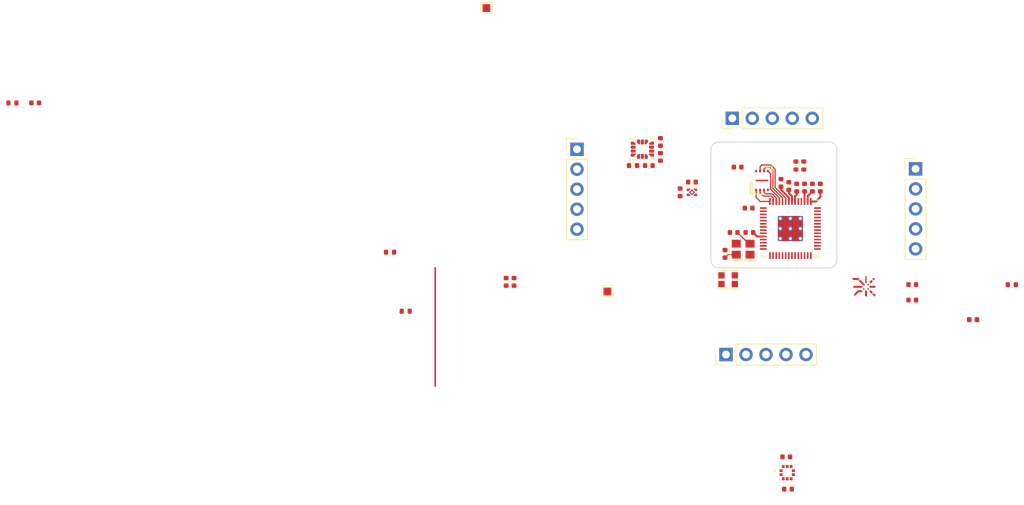
<source format=kicad_pcb>
(kicad_pcb (version 20211014) (generator pcbnew)
  (layers (0 "F.Cu" signal) (1 "In1.Cu" signal) (2 "In2.Cu" signal) (31 "B.Cu" signal) (34 "B.Paste" user) (35 "F.Paste" user) (36 "B.SilkS" user "B.Silkscreen") (37 "F.SilkS" user "F.Silkscreen") (38 "B.Mask" user) (39 "F.Mask" user) (44 "Edge.Cuts" user))
  (net 0 "")
  (net 1 "+1V1")
  (net 2 "GND")
  (net 3 "+3V3")
  (net 4 "/XIN")
  (net 5 "/XOUT")
  (net 6 "/RUN")
  (net 7 "+5V")
  (net 8 "/SPI0_nCS")
  (net 9 "/NEOPIXEL")
  (net 11 "Net-(D2-Pad1)")
  (net 12 "/SPI0_POCI")
  (net 13 "/SPI1_MISO_SD")
  (net 14 "/SPI1_nCS_SD")
  (net 15 "/SPI1_SCK_SD")
  (net 16 "/SPI1_MOSI_SD")
  (net 17 "/SD_nCD")
  (net 18 "/UART0_TX_TELEM")
  (net 19 "/UART0_RX_TELEM")
  (net 20 "/UART0_CTS_TELEM")
  (net 21 "/UART0_RTS_TELEM")
  (net 22 "/UART1_TX_GNSS")
  (net 23 "/UART1_RX_GNSS")
  (net 24 "/USB_MCU_DP")
  (net 25 "/USB_DP")
  (net 26 "/USB_MCU_DN")
  (net 27 "/USB_DN")
  (net 28 "/IMU_HEATER")
  (net 33 "/QSPI_SCLK")
  (net 34 "/QSPI_SS")
  (net 35 "/QSPI_SD1")
  (net 36 "/QSPI_SD2")
  (net 37 "/QSPI_SD0")
  (net 38 "/QSPI_SD3")
  (net 39 "/SPI0_MISO")
  (net 40 "/DRDY_ICM42605")
  (net 41 "/SPI0_SCK")
  (net 42 "/SPI0_MOSI")
  (net 43 "/I2C0_SDA")
  (net 44 "/I2C0_SCL")
  (net 45 "/BUZZER")
  (net 46 "/SWCLK")
  (net 47 "/SWDIO")
  (footprint "Capacitor_SMD:C_0402_1005Metric" (layer "F.Cu") (at 60.19 29.04)
    (fp_text reference "C11" hide)
    (fp_text value "0.1uF")
    (fp_line (start -0.107836 -0.36) (end 0.107836 -0.36) (layer "F.SilkS") (width 0.12))
    (fp_line (start -0.107836 0.36) (end 0.107836 0.36) (layer "F.SilkS") (width 0.12))
    (pad "1" smd roundrect locked (at -0.48 0) (size 0.56 0.62) (layers "F.Cu" "F.Paste" "F.Mask") (net 6 "/RUN"))
    (pad "2" smd roundrect locked (at 0.48 0) (size 0.56 0.62) (layers "F.Cu" "F.Paste" "F.Mask") (net 2 "GND"))
  )
  (footprint "Capacitor_SMD:C_0402_1005Metric" (layer "F.Cu") (at 139.6 34 -90)
    (fp_text reference "C17" hide)
    (fp_text value "2.2uF")
    (fp_line (start -0.107836 0.36) (end 0.107836 0.36) (layer "F.SilkS") (width 0.12))
    (fp_line (start -0.107836 -0.36) (end 0.107836 -0.36) (layer "F.SilkS") (width 0.12))
    (pad "1" smd roundrect locked (at -0.48 0 270) (size 0.56 0.62) (layers "F.Cu" "F.Paste" "F.Mask") (net 2 "GND"))
    (pad "2" smd roundrect locked (at 0.48 0 270) (size 0.56 0.62) (layers "F.Cu" "F.Paste" "F.Mask") (net 3 "+3V3"))
  )
  (footprint "LED_SMD_Extra:WS2812B-2020" (layer "F.Cu") (at 148.2 51.5)
    (fp_text reference "D1" hide)
    (fp_text value "WS2812B-2020")
    (fp_line (start -1.35 -1.15) (end 1.3 -1.15) (layer "F.SilkS") (width 0.12))
    (fp_line (start -1.35 1.15) (end -1.35 -1.15) (layer "F.SilkS") (width 0.12))
    (fp_line (start -1.35 1.15) (end 1.3 1.15) (layer "F.SilkS") (width 0.12))
    (pad "1" smd rect locked (at -0.85 -0.55) (size 0.8 0.8) (layers "F.Cu" "F.Paste" "F.Mask"))
    (pad "2" smd rect locked (at -0.85 0.55) (size 0.8 0.8) (layers "F.Cu" "F.Paste" "F.Mask") (net 2 "GND"))
    (pad "3" smd rect locked (at 0.85 0.55) (size 0.8 0.8) (layers "F.Cu" "F.Paste" "F.Mask") (net 9 "/NEOPIXEL"))
    (pad "4" smd rect locked (at 0.85 -0.55) (size 0.8 0.8) (layers "F.Cu" "F.Paste" "F.Mask") (net 7 "+5V"))
  )
  (footprint "Capacitor_SMD:C_0402_1005Metric" (layer "F.Cu") (at 154.9 39.2 90)
    (fp_text reference "C1" hide)
    (fp_text value "0.1uF")
    (fp_line (start -0.107836 0.36) (end 0.107836 0.36) (layer "F.SilkS") (width 0.12))
    (fp_line (start -0.107836 -0.36) (end 0.107836 -0.36) (layer "F.SilkS") (width 0.12))
    (pad "1" smd roundrect locked (at -0.48 0 90) (size 0.56 0.62) (layers "F.Cu" "F.Paste" "F.Mask") (net 1 "+1V1"))
    (pad "2" smd roundrect locked (at 0.48 0 90) (size 0.56 0.62) (layers "F.Cu" "F.Paste" "F.Mask") (net 2 "GND"))
  )
  (footprint "LED_SMD:LED_0402_1005Metric" (layer "F.Cu") (at 179.305 56.57)
    (fp_text reference "D2" hide)
    (fp_text value "RED")
    (fp_circle (center -1.09 0) (end -1.04 0) (layer "F.SilkS") (width 0.1) (fill none))
    (pad "1" smd roundrect locked (at -0.485 0) (size 0.59 0.64) (layers "F.Cu" "F.Paste" "F.Mask") (net 11 "Net-(D2-Pad1)"))
    (pad "2" smd roundrect locked (at 0.485 0) (size 0.59 0.64) (layers "F.Cu" "F.Paste" "F.Mask") (net 3 "+3V3"))
  )
  (footprint "Capacitor_SMD:C_0402_1005Metric" (layer "F.Cu") (at 155.9 39.6 90)
    (fp_text reference "C10" hide)
    (fp_text value "0.1uF")
    (fp_line (start -0.107836 -0.36) (end 0.107836 -0.36) (layer "F.SilkS") (width 0.12))
    (fp_line (start -0.107836 0.36) (end 0.107836 0.36) (layer "F.SilkS") (width 0.12))
    (pad "1" smd roundrect locked (at -0.48 0 90) (size 0.56 0.62) (layers "F.Cu" "F.Paste" "F.Mask") (net 3 "+3V3"))
    (pad "2" smd roundrect locked (at 0.48 0 90) (size 0.56 0.62) (layers "F.Cu" "F.Paste" "F.Mask") (net 2 "GND"))
  )
  (footprint "Connector_PinHeader_2.54mm:PinHeader_1x05_P2.54mm_Vertical" (layer "F.Cu") (at 147.925 61 90)
    (fp_text reference "J2" hide)
    (fp_text value "WEST")
    (fp_line (start -1.33 -1.33) (end 0 -1.33) (layer "F.SilkS") (width 0.12))
    (fp_line (start -1.33 1.27) (end -1.33 11.49) (layer "F.SilkS") (width 0.12))
    (fp_line (start 1.33 1.27) (end 1.33 11.49) (layer "F.SilkS") (width 0.12))
    (fp_line (start -1.33 1.27) (end 1.33 1.27) (layer "F.SilkS") (width 0.12))
    (fp_line (start -1.33 0) (end -1.33 -1.33) (layer "F.SilkS") (width 0.12))
    (fp_line (start -1.33 11.49) (end 1.33 11.49) (layer "F.SilkS") (width 0.12))
    (pad "1" thru_hole rect locked (at 0 0 90) (size 1.7 1.7) (drill 1) (layers *.Cu *.Mask) (net 18 "/UART0_TX_TELEM"))
    (pad "2" thru_hole oval locked (at 0 2.54 90) (size 1.7 1.7) (drill 1) (layers *.Cu *.Mask) (net 19 "/UART0_RX_TELEM"))
    (pad "3" thru_hole oval locked (at 0 5.08 90) (size 1.7 1.7) (drill 1) (layers *.Cu *.Mask) (net 20 "/UART0_CTS_TELEM"))
    (pad "4" thru_hole oval locked (at 0 7.62 90) (size 1.7 1.7) (drill 1) (layers *.Cu *.Mask) (net 21 "/UART0_RTS_TELEM"))
    (pad "5" thru_hole oval locked (at 0 10.16 90) (size 1.7 1.7) (drill 1) (layers *.Cu *.Mask) (net 28 "/IMU_HEATER"))
  )
  (footprint "Connector_PinHeader_2.54mm:PinHeader_1x05_P2.54mm_Vertical" (layer "F.Cu") (at 172 37.425)
    (fp_text reference "J3" hide)
    (fp_text value "SOUTH")
    (fp_line (start -1.33 0) (end -1.33 -1.33) (layer "F.SilkS") (width 0.12))
    (fp_line (start -1.33 1.27) (end -1.33 11.49) (layer "F.SilkS") (width 0.12))
    (fp_line (start 1.33 1.27) (end 1.33 11.49) (layer "F.SilkS") (width 0.12))
    (fp_line (start -1.33 11.49) (end 1.33 11.49) (layer "F.SilkS") (width 0.12))
    (fp_line (start -1.33 1.27) (end 1.33 1.27) (layer "F.SilkS") (width 0.12))
    (fp_line (start -1.33 -1.33) (end 0 -1.33) (layer "F.SilkS") (width 0.12))
    (pad "1" thru_hole rect locked (at 0 0) (size 1.7 1.7) (drill 1) (layers *.Cu *.Mask) (net 7 "+5V"))
    (pad "2" thru_hole oval locked (at 0 2.54) (size 1.7 1.7) (drill 1) (layers *.Cu *.Mask) (net 23 "/UART1_RX_GNSS"))
    (pad "3" thru_hole oval locked (at 0 5.08) (size 1.7 1.7) (drill 1) (layers *.Cu *.Mask) (net 22 "/UART1_TX_GNSS"))
    (pad "4" thru_hole oval locked (at 0 7.62) (size 1.7 1.7) (drill 1) (layers *.Cu *.Mask) (net 45 "/BUZZER"))
    (pad "5" thru_hole oval locked (at 0 10.16) (size 1.7 1.7) (drill 1) (layers *.Cu *.Mask) (net 2 "GND"))
  )
  (footprint "Capacitor_SMD:C_0402_1005Metric" (layer "F.Cu") (at 171.58 54.08)
    (fp_text reference "C21" hide)
    (fp_text value "0.1uF")
    (fp_line (start -0.107836 0.36) (end 0.107836 0.36) (layer "F.SilkS") (width 0.12))
    (fp_line (start -0.107836 -0.36) (end 0.107836 -0.36) (layer "F.SilkS") (width 0.12))
    (pad "1" smd roundrect locked (at -0.48 0) (size 0.56 0.62) (layers "F.Cu" "F.Paste" "F.Mask") (net 3 "+3V3"))
    (pad "2" smd roundrect locked (at 0.48 0) (size 0.56 0.62) (layers "F.Cu" "F.Paste" "F.Mask") (net 2 "GND"))
  )
  (footprint "Capacitor_SMD:C_0402_1005Metric" (layer "F.Cu") (at 156.9 39.8 90)
    (fp_text reference "C12" hide)
    (fp_text value "0.1uF")
    (fp_line (start -0.107836 -0.36) (end 0.107836 -0.36) (layer "F.SilkS") (width 0.12))
    (fp_line (start -0.107836 0.36) (end 0.107836 0.36) (layer "F.SilkS") (width 0.12))
    (pad "1" smd roundrect locked (at -0.48 0 90) (size 0.56 0.62) (layers "F.Cu" "F.Paste" "F.Mask") (net 3 "+3V3"))
    (pad "2" smd roundrect locked (at 0.48 0 90) (size 0.56 0.62) (layers "F.Cu" "F.Paste" "F.Mask") (net 2 "GND"))
  )
  (footprint "USON:8-USON" (layer "F.Cu") (at 152.5 38.9 90)
    (fp_text reference "U1" hide)
    (fp_text value "W25Q16" hide)
    (fp_line (start -1.75 -1.5) (end -0.25 -1.5) (layer "F.SilkS") (width 0.2))
    (fp_line (start 0.25 1.25) (end 1.75 1.25) (layer "F.SilkS") (width 0.15))
    (fp_line (start -1.75 -1.25) (end -1.75 0) (layer "F.SilkS") (width 0.15))
    (fp_line (start -0.25 -1.25) (end -1.75 -1.25) (layer "F.SilkS") (width 0.15))
    (fp_line (start 1.75 1.25) (end 1.75 0) (layer "F.SilkS") (width 0.15))
    (pad "" smd rect (at 0 0 90) (size 0.2 1.6) (layers "F.Cu" "F.Paste" "F.Mask"))
    (pad "1" smd rect (at -1.2 -0.75 90) (size 0.3 0.25) (layers "F.Cu" "F.Paste" "F.Mask") (net 34 "/QSPI_SS"))
    (pad "2" smd rect (at -1.2 -0.25 90) (size 0.3 0.25) (layers "F.Cu" "F.Paste" "F.Mask") (net 35 "/QSPI_SD1"))
    (pad "3" smd rect (at -1.2 0.25 90) (size 0.3 0.25) (layers "F.Cu" "F.Paste" "F.Mask") (net 36 "/QSPI_SD2"))
    (pad "4" smd rect (at -1.2 0.75 90) (size 0.3 0.25) (layers "F.Cu" "F.Paste" "F.Mask") (net 2 "GND"))
    (pad "5" smd rect (at 1.2 0.75 90) (size 0.3 0.25) (layers "F.Cu" "F.Paste" "F.Mask") (net 37 "/QSPI_SD0"))
    (pad "6" smd rect (at 1.2 0.25 90) (size 0.3 0.25) (layers "F.Cu" "F.Paste" "F.Mask") (net 33 "/QSPI_SCLK"))
    (pad "7" smd rect (at 1.2 -0.25 90) (size 0.3 0.25) (layers "F.Cu" "F.Paste" "F.Mask") (net 38 "/QSPI_SD3"))
    (pad "8" smd rect (at 1.2 -0.75 90) (size 0.3 0.25) (layers "F.Cu" "F.Paste" "F.Mask") (net 3 "+3V3"))
  )
  (footprint "Capacitor_SMD:C_0402_1005Metric" (layer "F.Cu") (at 149.4 37.2 180)
    (fp_text reference "C4" hide)
    (fp_text value "0.1uF")
    (fp_line (start -0.107836 0.36) (end 0.107836 0.36) (layer "F.SilkS") (width 0.12))
    (fp_line (start -0.107836 -0.36) (end 0.107836 -0.36) (layer "F.SilkS") (width 0.12))
    (pad "1" smd roundrect locked (at -0.48 0 180) (size 0.56 0.62) (layers "F.Cu" "F.Paste" "F.Mask") (net 3 "+3V3"))
    (pad "2" smd roundrect locked (at 0.48 0 180) (size 0.56 0.62) (layers "F.Cu" "F.Paste" "F.Mask") (net 2 "GND"))
  )
  (footprint "Capacitor_SMD:C_0402_1005Metric" (layer "F.Cu") (at 147.8 48.21 90)
    (fp_text reference "C5" hide)
    (fp_text value "12pF")
    (fp_line (start -0.107836 0.36) (end 0.107836 0.36) (layer "F.SilkS") (width 0.12))
    (fp_line (start -0.107836 -0.36) (end 0.107836 -0.36) (layer "F.SilkS") (width 0.12))
    (pad "1" smd roundrect locked (at -0.48 0 90) (size 0.56 0.62) (layers "F.Cu" "F.Paste" "F.Mask") (net 4 "/XIN"))
    (pad "2" smd roundrect locked (at 0.48 0 90) (size 0.56 0.62) (layers "F.Cu" "F.Paste" "F.Mask") (net 2 "GND"))
  )
  (footprint "Package_LGA:LGA-14_3x2.5mm_P0.5mm_LayoutBorder3x4y" (layer "F.Cu") (at 137.3 34.92)
    (fp_text reference "U4" hide)
    (fp_text value "ICM42605")
    (fp_line (start -1.61 1.36) (end -1.61 1.21) (layer "F.SilkS") (width 0.12))
    (fp_line (start -0.96 1.36) (end -1.61 1.36) (layer "F.SilkS") (width 0.12))
    (fp_line (start 0.96 1.36) (end 1.61 1.36) (layer "F.SilkS") (width 0.12))
    (fp_line (start -0.96 -1.36) (end -1.61 -1.36) (layer "F.SilkS") (width 0.12))
    (fp_line (start 1.61 -1.36) (end 1.61 -1.21) (layer "F.SilkS") (width 0.12))
    (fp_line (start 1.61 1.36) (end 1.61 1.21) (layer "F.SilkS") (width 0.12))
    (fp_line (start 0.96 -1.36) (end 1.61 -1.36) (layer "F.SilkS") (width 0.12))
    (pad "1" smd custom locked (at -1.1625 -0.75) (size 0.223223 0.223223) (layers "F.Cu" "F.Paste" "F.Mask") (net 39 "/SPI0_MISO") (options (clearance outline) (anchor circle)) (primitives (gr_poly (pts (xy -0.2375 -0.125) (xy 0.031434 -0.125) (xy 0.2375 0.081066) (xy 0.2375 0.125) (xy -0.2375 0.125)) (width 0.15) (fill yes))))
    (pad "2" smd roundrect locked (at -1.1625 -0.25) (size 0.625 0.4) (layers "F.Cu" "F.Paste" "F.Mask"))
    (pad "3" smd roundrect locked (at -1.1625 0.25) (size 0.625 0.4) (layers "F.Cu" "F.Paste" "F.Mask"))
    (pad "4" smd custom locked (at -1.1625 0.75) (size 0.223223 0.223223) (layers "F.Cu" "F.Paste" "F.Mask") (net 40 "/DRDY_ICM42605") (options (clearance outline) (anchor circle)) (primitives (gr_poly (pts (xy -0.2375 -0.125) (xy 0.2375 -0.125) (xy 0.2375 -0.081066) (xy 0.031434 0.125) (xy -0.2375 0.125)) (width 0.15) (fill yes))))
    (pad "5" smd custom locked (at -0.5 0.9125) (size 0.223223 0.223223) (layers "F.Cu" "F.Paste" "F.Mask") (net 3 "+3V3") (options (clearance outline) (anchor circle)) (primitives (gr_poly (pts (xy -0.125 -0.031434) (xy 0.081066 -0.2375) (xy 0.125 -0.2375) (xy 0.125 0.2375) (xy -0.125 0.2375)) (width 0.15) (fill yes))))
    (pad "6" smd roundrect locked (at 0 0.9125) (size 0.4 0.625) (layers "F.Cu" "F.Paste" "F.Mask") (net 2 "GND"))
    (pad "7" smd custom locked (at 0.5 0.9125) (size 0.223223 0.223223) (layers "F.Cu" "F.Paste" "F.Mask") (options (clearance outline) (anchor circle)) (primitives (gr_poly (pts (xy -0.125 -0.2375) (xy -0.081066 -0.2375) (xy 0.125 -0.031434) (xy 0.125 0.2375) (xy -0.125 0.2375)) (width 0.15) (fill yes))))
    (pad "8" smd custom locked (at 1.1625 0.75) (size 0.223223 0.223223) (layers "F.Cu" "F.Paste" "F.Mask") (net 3 "+3V3") (options (clearance outline) (anchor circle)) (primitives (gr_poly (pts (xy -0.2375 -0.125) (xy 0.2375 -0.125) (xy 0.2375 0.125) (xy -0.031434 0.125) (xy -0.2375 -0.081066)) (width 0.15) (fill yes))))
    (pad "9" smd roundrect locked (at 1.1625 0.25) (size 0.625 0.4) (layers "F.Cu" "F.Paste" "F.Mask") (net 2 "GND"))
    (pad "10" smd roundrect locked (at 1.1625 -0.25) (size 0.625 0.4) (layers "F.Cu" "F.Paste" "F.Mask"))
    (pad "11" smd custom locked (at 1.1625 -0.75) (size 0.223223 0.223223) (layers "F.Cu" "F.Paste" "F.Mask") (options (clearance outline) (anchor circle)) (primitives (gr_poly (pts (xy -0.2375 0.081066) (xy -0.031434 -0.125) (xy 0.2375 -0.125) (xy 0.2375 0.125) (xy -0.2375 0.125)) (width 0.15) (fill yes))))
    (pad "12" smd custom locked (at 0.5 -0.9125) (size 0.223223 0.223223) (layers "F.Cu" "F.Paste" "F.Mask") (net 8 "/SPI0_nCS") (options (clearance outline) (anchor circle)) (primitives (gr_poly (pts (xy -0.125 -0.2375) (xy 0.125 -0.2375) (xy 0.125 0.031434) (xy -0.081066 0.2375) (xy -0.125 0.2375)) (width 0.15) (fill yes))))
    (pad "13" smd roundrect locked (at 0 -0.9125) (size 0.4 0.625) (layers "F.Cu" "F.Paste" "F.Mask") (net 41 "/SPI0_SCK"))
    (pad "14" smd custom locked (at -0.5 -0.9125) (size 0.223223 0.223223) (layers "F.Cu" "F.Paste" "F.Mask") (net 42 "/SPI0_MOSI") (options (clearance outline) (anchor circle)) (primitives (gr_poly (pts (xy -0.125 -0.2375) (xy 0.125 -0.2375) (xy 0.125 0.2375) (xy 0.081066 0.2375) (xy -0.125 0.031434)) (width 0.15) (fill yes))))
  )
  (footprint "Package_CSP:WLCSP-12_1.56x1.56mm_P0.4mm" (layer "F.Cu") (at 165.7 52.4)
    (fp_text reference "U5" hide)
    (fp_text value "BMM150")
    (fp_line (start 0.88 -0.88) (end 0.88 -0.72) (layer "F.SilkS") (width 0.1))
    (fp_line (start -0.88 0.88) (end -0.72 0.88) (layer "F.SilkS") (width 0.1))
    (fp_line (start 0.88 -0.88) (end 0.72 -0.88) (layer "F.SilkS") (width 0.1))
    (fp_line (start -0.88 0.88) (end -0.88 0.72) (layer "F.SilkS") (width 0.1))
    (fp_line (start 0.88 0.88) (end 0.72 0.88) (layer "F.SilkS") (width 0.1))
    (fp_line (start 0.88 0.88) (end 0.88 0.72) (layer "F.SilkS") (width 0.1))
    (fp_circle (center -0.88 -0.88) (end -0.83 -0.88) (layer "F.SilkS") (width 0.1) (fill none))
    (pad "A1" smd circle locked (at -0.566 -0.566) (size 0.2 0.2) (layers "F.Cu" "F.Paste" "F.Mask") (net 3 "+3V3"))
    (pad "A3" smd circle locked (at 0 -0.566) (size 0.2 0.2) (layers "F.Cu" "F.Paste" "F.Mask") (net 44 "/I2C0_SCL"))
    (pad "A5" smd circle locked (at 0.566 -0.566) (size 0.2 0.2) (layers "F.Cu" "F.Paste" "F.Mask") (net 2 "GND"))
    (pad "B2" smd circle locked (at -0.283 -0.283) (size 0.2 0.2) (layers "F.Cu" "F.Paste" "F.Mask") (net 3 "+3V3"))
    (pad "B4" smd circle locked (at 0.283 -0.283) (size 0.2 0.2) (layers "F.Cu" "F.Paste" "F.Mask") (net 43 "/I2C0_SDA"))
    (pad "C1" smd circle locked (at -0.566 0) (size 0.2 0.2) (layers "F.Cu" "F.Paste" "F.Mask") (net 2 "GND"))
    (pad "C5" smd circle locked (at 0.566 0) (size 0.2 0.2) (layers "F.Cu" "F.Paste" "F.Mask") (net 2 "GND"))
    (pad "D2" smd circle locked (at -0.283 0.283) (size 0.2 0.2) (layers "F.Cu" "F.Paste" "F.Mask"))
    (pad "D4" smd circle locked (at 0.283 0.283) (size 0.2 0.2) (layers "F.Cu" "F.Paste" "F.Mask"))
    (pad "E1" smd circle locked (at -0.566 0.566) (size 0.2 0.2) (layers "F.Cu" "F.Paste" "F.Mask") (net 2 "GND"))
    (pad "E3" smd circle locked (at 0 0.566) (size 0.2 0.2) (layers "F.Cu" "F.Paste" "F.Mask") (net 2 "GND"))
    (pad "E5" smd circle locked (at 0.566 0.566) (size 0.2 0.2) (layers "F.Cu" "F.Paste" "F.Mask") (net 3 "+3V3"))
  )
  (footprint "Capacitor_SMD:C_0402_1005Metric" (layer "F.Cu") (at 120 51.77 -90)
    (fp_text reference "C9" hide)
    (fp_text value "0.1uF")
    (fp_line (start -0.107836 -0.36) (end 0.107836 -0.36) (layer "F.SilkS") (width 0.12))
    (fp_line (start -0.107836 0.36) (end 0.107836 0.36) (layer "F.SilkS") (width 0.12))
    (pad "1" smd roundrect locked (at -0.48 0 270) (size 0.56 0.62) (layers "F.Cu" "F.Paste" "F.Mask") (net 3 "+3V3"))
    (pad "2" smd roundrect locked (at 0.48 0 270) (size 0.56 0.62) (layers "F.Cu" "F.Paste" "F.Mask") (net 2 "GND"))
  )
  (footprint "TestPoint:TestPoint_Pad_1.0x1.0mm" (layer "F.Cu") (at 117.5 17)
    (fp_text reference "TP1" hide)
    (fp_text value "QSPI_SCK")
    (fp_line (start -0.7 -0.7) (end 0.7 -0.7) (layer "F.SilkS") (width 0.12))
    (fp_line (start 0.7 0.7) (end -0.7 0.7) (layer "F.SilkS") (width 0.12))
    (fp_line (start -0.7 0.7) (end -0.7 -0.7) (layer "F.SilkS") (width 0.12))
    (fp_line (start 0.7 -0.7) (end 0.7 0.7) (layer "F.SilkS") (width 0.12))
    (pad "1" smd rect locked (at 0 0) (size 1 1) (layers "F.Cu" "F.Mask") (net 33 "/QSPI_SCLK"))
  )
  (footprint "Capacitor_SMD:C_0402_1005Metric" (layer "F.Cu") (at 139.6 35.9 90)
    (fp_text reference "C18" hide)
    (fp_text value "0.1uF")
    (fp_line (start -0.107836 0.36) (end 0.107836 0.36) (layer "F.SilkS") (width 0.12))
    (fp_line (start -0.107836 -0.36) (end 0.107836 -0.36) (layer "F.SilkS") (width 0.12))
    (pad "1" smd roundrect locked (at -0.48 0 90) (size 0.56 0.62) (layers "F.Cu" "F.Paste" "F.Mask") (net 2 "GND"))
    (pad "2" smd roundrect locked (at 0.48 0 90) (size 0.56 0.62) (layers "F.Cu" "F.Paste" "F.Mask") (net 3 "+3V3"))
  )
  (footprint "Resistor_SMD:R_0402_1005Metric" (layer "F.Cu") (at 156.8 37 90)
    (fp_text reference "R2" hide)
    (fp_text value "27.4")
    (fp_line (start -0.153641 -0.38) (end 0.153641 -0.38) (layer "F.SilkS") (width 0.12))
    (fp_line (start -0.153641 0.38) (end 0.153641 0.38) (layer "F.SilkS") (width 0.12))
    (pad "1" smd roundrect locked (at -0.51 0 90) (size 0.54 0.64) (layers "F.Cu" "F.Paste" "F.Mask") (net 24 "/USB_MCU_DP"))
    (pad "2" smd roundrect locked (at 0.51 0 90) (size 0.54 0.64) (layers "F.Cu" "F.Paste" "F.Mask") (net 25 "/USB_DP"))
  )
  (footprint "Capacitor_SMD:C_0402_1005Metric" (layer "F.Cu") (at 148.9 45.5 180)
    (fp_text reference "C8" hide)
    (fp_text value "12pF")
    (fp_line (start -0.107836 -0.36) (end 0.107836 -0.36) (layer "F.SilkS") (width 0.12))
    (fp_line (start -0.107836 0.36) (end 0.107836 0.36) (layer "F.SilkS") (width 0.12))
    (pad "1" smd roundrect locked (at -0.48 0 180) (size 0.56 0.62) (layers "F.Cu" "F.Paste" "F.Mask") (net 5 "/XOUT"))
    (pad "2" smd roundrect locked (at 0.48 0 180) (size 0.56 0.62) (layers "F.Cu" "F.Paste" "F.Mask") (net 2 "GND"))
  )
  (footprint "Capacitor_SMD:C_0402_1005Metric" (layer "F.Cu") (at 150.89 45.5 180)
    (fp_text reference "C6" hide)
    (fp_text value "0.1uF")
    (fp_line (start -0.107836 0.36) (end 0.107836 0.36) (layer "F.SilkS") (width 0.12))
    (fp_line (start -0.107836 -0.36) (end 0.107836 -0.36) (layer "F.SilkS") (width 0.12))
    (pad "1" smd roundrect locked (at -0.48 0 180) (size 0.56 0.62) (layers "F.Cu" "F.Paste" "F.Mask") (net 3 "+3V3"))
    (pad "2" smd roundrect locked (at 0.48 0 180) (size 0.56 0.62) (layers "F.Cu" "F.Paste" "F.Mask") (net 2 "GND"))
  )
  (footprint "ICP20100:PQFN50P200X200X85-10N" (layer "F.Cu") (at 155.7 76)
    (fp_text reference "U6" hide)
    (fp_text value "ICP20100")
    (fp_line (start 1 -1) (end 1 -0.745) (layer "F.SilkS") (width 0.127))
    (fp_line (start 1 1) (end 1 0.745) (layer "F.SilkS") (width 0.127))
    (fp_line (start -1 -1) (end -1 -0.745) (layer "F.SilkS") (width 0.127))
    (fp_line (start -1 1) (end -1 0.745) (layer "F.SilkS") (width 0.127))
    (fp_circle (center -1.595 -0.25) (end -1.495 -0.25) (layer "F.SilkS") (width 0.2) (fill none))
    (pad "1" smd roundrect locked (at -0.78 -0.25) (size 0.39 0.35) (layers "F.Cu" "F.Paste" "F.Mask") (roundrect_rratio 0.04) (net 3 "+3V3"))
    (pad "2" smd roundrect locked (at -0.78 0.25) (size 0.39 0.35) (layers "F.Cu" "F.Paste" "F.Mask") (roundrect_rratio 0.04) (net 44 "/I2C0_SCL"))
    (pad "3" smd roundrect locked (at -0.5 0.78) (size 0.35 0.39) (layers "F.Cu" "F.Paste" "F.Mask") (roundrect_rratio 0.05) (net 2 "GND"))
    (pad "4" smd roundrect locked (at 0 0.78) (size 0.35 0.39) (layers "F.Cu" "F.Paste" "F.Mask") (roundrect_rratio 0.05) (net 43 "/I2C0_SDA"))
    (pad "5" smd roundrect locked (at 0.5 0.78) (size 0.35 0.39) (layers "F.Cu" "F.Paste" "F.Mask") (roundrect_rratio 0.05) (net 3 "+3V3"))
    (pad "6" smd roundrect locked (at 0.78 0.25) (size 0.39 0.35) (layers "F.Cu" "F.Paste" "F.Mask") (roundrect_rratio 0.04) (net 2 "GND"))
    (pad "7" smd roundrect locked (at 0.78 -0.25) (size 0.39 0.35) (layers "F.Cu" "F.Paste" "F.Mask") (roundrect_rratio 0.04))
    (pad "8" smd roundrect locked (at 0.5 -0.78) (size 0.35 0.39) (layers "F.Cu" "F.Paste" "F.Mask") (roundrect_rratio 0.05) (net 2 "GND"))
    (pad "9" smd roundrect locked (at 0 -0.78) (size 0.35 0.39) (layers "F.Cu" "F.Paste" "F.Mask") (roundrect_rratio 0.05) (net 2 "GND"))
    (pad "10" smd roundrect locked (at -0.5 -0.78) (size 0.35 0.39) (layers "F.Cu" "F.Paste" "F.Mask") (roundrect_rratio 0.05) (net 3 "+3V3"))
  )
  (footprint "Capacitor_SMD:C_0402_1005Metric" (layer "F.Cu") (at 142.1 40.4 -90)
    (fp_text reference "C14" hide)
    (fp_text value "0.1uF")
    (fp_line (start -0.107836 -0.36) (end 0.107836 -0.36) (layer "F.SilkS") (width 0.12))
    (fp_line (start -0.107836 0.36) (end 0.107836 0.36) (layer "F.SilkS") (width 0.12))
    (pad "1" smd roundrect locked (at -0.48 0 270) (size 0.56 0.62) (layers "F.Cu" "F.Paste" "F.Mask") (net 7 "+5V"))
    (pad "2" smd roundrect locked (at 0.48 0 270) (size 0.56 0.62) (layers "F.Cu" "F.Paste" "F.Mask") (net 2 "GND"))
  )
  (footprint "Resistor_SMD:R_0402_1005Metric" (layer "F.Cu") (at 136.11 37)
    (fp_text reference "R7" hide)
    (fp_text value "10K")
    (fp_line (start -0.153641 0.38) (end 0.153641 0.38) (layer "F.SilkS") (width 0.12))
    (fp_line (start -0.153641 -0.38) (end 0.153641 -0.38) (layer "F.SilkS") (width 0.12))
    (pad "1" smd roundrect locked (at -0.51 0) (size 0.54 0.64) (layers "F.Cu" "F.Paste" "F.Mask") (net 8 "/SPI0_nCS"))
    (pad "2" smd roundrect locked (at 0.51 0) (size 0.54 0.64) (layers "F.Cu" "F.Paste" "F.Mask") (net 2 "GND"))
  )
  (footprint "Capacitor_SMD:C_0402_1005Metric" (layer "F.Cu") (at 143.6 39.1)
    (fp_text reference "C16" hide)
    (fp_text value "0.1uF")
    (fp_line (start -0.107836 -0.36) (end 0.107836 -0.36) (layer "F.SilkS") (width 0.12))
    (fp_line (start -0.107836 0.36) (end 0.107836 0.36) (layer "F.SilkS") (width 0.12))
    (pad "1" smd roundrect locked (at -0.48 0) (size 0.56 0.62) (layers "F.Cu" "F.Paste" "F.Mask") (net 3 "+3V3"))
    (pad "2" smd roundrect locked (at 0.48 0) (size 0.56 0.62) (layers "F.Cu" "F.Paste" "F.Mask") (net 2 "GND"))
  )
  (footprint "Capacitor_SMD:C_0402_1005Metric" (layer "F.Cu") (at 158.9 39.8 90)
    (fp_text reference "C15" hide)
    (fp_text value "1uF")
    (fp_line (start -0.107836 0.36) (end 0.107836 0.36) (layer "F.SilkS") (width 0.12))
    (fp_line (start -0.107836 -0.36) (end 0.107836 -0.36) (layer "F.SilkS") (width 0.12))
    (pad "1" smd roundrect locked (at -0.48 0 90) (size 0.56 0.62) (layers "F.Cu" "F.Paste" "F.Mask") (net 3 "+3V3"))
    (pad "2" smd roundrect locked (at 0.48 0 90) (size 0.56 0.62) (layers "F.Cu" "F.Paste" "F.Mask") (net 2 "GND"))
  )
  (footprint "Connector_PinHeader_2.54mm:PinHeader_1x05_P2.54mm_Vertical" (layer "F.Cu") (at 129 34.925)
    (fp_text reference "J1" hide)
    (fp_text value "EAST")
    (fp_line (start 1.33 1.27) (end 1.33 11.49) (layer "F.SilkS") (width 0.12))
    (fp_line (start -1.33 1.27) (end 1.33 1.27) (layer "F.SilkS") (width 0.12))
    (fp_line (start -1.33 1.27) (end -1.33 11.49) (layer "F.SilkS") (width 0.12))
    (fp_line (start -1.33 -1.33) (end 0 -1.33) (layer "F.SilkS") (width 0.12))
    (fp_line (start -1.33 11.49) (end 1.33 11.49) (layer "F.SilkS") (width 0.12))
    (fp_line (start -1.33 0) (end -1.33 -1.33) (layer "F.SilkS") (width 0.12))
    (pad "1" thru_hole rect locked (at 0 0) (size 1.7 1.7) (drill 1) (layers *.Cu *.Mask) (net 13 "/SPI1_MISO_SD"))
    (pad "2" thru_hole oval locked (at 0 2.54) (size 1.7 1.7) (drill 1) (layers *.Cu *.Mask) (net 14 "/SPI1_nCS_SD"))
    (pad "3" thru_hole oval locked (at 0 5.08) (size 1.7 1.7) (drill 1) (layers *.Cu *.Mask) (net 15 "/SPI1_SCK_SD"))
    (pad "4" thru_hole oval locked (at 0 7.62) (size 1.7 1.7) (drill 1) (layers *.Cu *.Mask) (net 16 "/SPI1_MOSI_SD"))
    (pad "5" thru_hole oval locked (at 0 10.16) (size 1.7 1.7) (drill 1) (layers *.Cu *.Mask) (net 17 "/SD_nCD"))
  )
  (footprint "Resistor_SMD:R_0402_1005Metric" (layer "F.Cu") (at 107.25 55.5)
    (fp_text reference "R5" hide)
    (fp_text value "10K")
    (fp_line (start -0.153641 0.38) (end 0.153641 0.38) (layer "F.SilkS") (width 0.12))
    (fp_line (start -0.153641 -0.38) (end 0.153641 -0.38) (layer "F.SilkS") (width 0.12))
    (pad "1" smd roundrect locked (at -0.51 0) (size 0.54 0.64) (layers "F.Cu" "F.Paste" "F.Mask") (net 17 "/SD_nCD"))
    (pad "2" smd roundrect locked (at 0.51 0) (size 0.54 0.64) (layers "F.Cu" "F.Paste" "F.Mask") (net 3 "+3V3"))
  )
  (footprint "Connector_PinHeader_2.54mm:PinHeader_1x05_P2.54mm_Vertical" (layer "F.Cu") (at 148.725 31 90)
    (fp_text reference "J4" hide)
    (fp_text value "NORTH")
    (fp_line (start -1.33 1.27) (end 1.33 1.27) (layer "F.SilkS") (width 0.12))
    (fp_line (start -1.33 11.49) (end 1.33 11.49) (layer "F.SilkS") (width 0.12))
    (fp_line (start -1.33 -1.33) (end 0 -1.33) (layer "F.SilkS") (width 0.12))
    (fp_line (start -1.33 0) (end -1.33 -1.33) (layer "F.SilkS") (width 0.12))
    (fp_line (start -1.33 1.27) (end -1.33 11.49) (layer "F.SilkS") (width 0.12))
    (fp_line (start 1.33 1.27) (end 1.33 11.49) (layer "F.SilkS") (width 0.12))
    (pad "1" thru_hole rect locked (at 0 0 90) (size 1.7 1.7) (drill 1) (layers *.Cu *.Mask) (net 46 "/SWCLK"))
    (pad "2" thru_hole oval locked (at 0 2.54 90) (size 1.7 1.7) (drill 1) (layers *.Cu *.Mask) (net 47 "/SWDIO"))
    (pad "3" thru_hole oval locked (at 0 5.08 90) (size 1.7 1.7) (drill 1) (layers *.Cu *.Mask) (net 6 "/RUN"))
    (pad "4" thru_hole oval locked (at 0 7.62 90) (size 1.7 1.7) (drill 1) (layers *.Cu *.Mask) (net 25 "/USB_DP"))
    (pad "5" thru_hole oval locked (at 0 10.16 90) (size 1.7 1.7) (drill 1) (layers *.Cu *.Mask) (net 27 "/USB_DN"))
  )
  (footprint "Capacitor_SMD:C_0402_1005Metric" (layer "F.Cu") (at 150.8 42.4 180)
    (fp_text reference "C7" hide)
    (fp_text value "0.1uF")
    (fp_line (start -0.107836 -0.36) (end 0.107836 -0.36) (layer "F.SilkS") (width 0.12))
    (fp_line (start -0.107836 0.36) (end 0.107836 0.36) (layer "F.SilkS") (width 0.12))
    (pad "1" smd roundrect locked (at -0.48 0 180) (size 0.56 0.62) (layers "F.Cu" "F.Paste" "F.Mask") (net 3 "+3V3"))
    (pad "2" smd roundrect locked (at 0.48 0 180) (size 0.56 0.62) (layers "F.Cu" "F.Paste" "F.Mask") (net 2 "GND"))
  )
  (footprint "Capacitor_SMD:C_0402_1005Metric" (layer "F.Cu") (at 159.9 39.8 90)
    (fp_text reference "C13" hide)
    (fp_text value "0.1uF")
    (fp_line (start -0.107836 0.36) (end 0.107836 0.36) (layer "F.SilkS") (width 0.12))
    (fp_line (start -0.107836 -0.36) (end 0.107836 -0.36) (layer "F.SilkS") (width 0.12))
    (pad "1" smd roundrect locked (at -0.48 0 90) (size 0.56 0.62) (layers "F.Cu" "F.Paste" "F.Mask") (net 3 "+3V3"))
    (pad "2" smd roundrect locked (at 0.48 0 90) (size 0.56 0.62) (layers "F.Cu" "F.Paste" "F.Mask") (net 2 "GND"))
  )
  (footprint "Capacitor_SMD:C_0402_1005Metric" (layer "F.Cu") (at 171.58 52.11)
    (fp_text reference "C20" hide)
    (fp_text value "0.1uF")
    (fp_line (start -0.107836 -0.36) (end 0.107836 -0.36) (layer "F.SilkS") (width 0.12))
    (fp_line (start -0.107836 0.36) (end 0.107836 0.36) (layer "F.SilkS") (width 0.12))
    (pad "1" smd roundrect locked (at -0.48 0) (size 0.56 0.62) (layers "F.Cu" "F.Paste" "F.Mask") (net 2 "GND"))
    (pad "2" smd roundrect locked (at 0.48 0) (size 0.56 0.62) (layers "F.Cu" "F.Paste" "F.Mask") (net 3 "+3V3"))
  )
  (footprint "Resistor_SMD:R_0402_1005Metric" (layer "F.Cu") (at 105.26 48 180)
    (fp_text reference "R4" hide)
    (fp_text value "10K")
    (fp_line (start -0.153641 0.38) (end 0.153641 0.38) (layer "F.SilkS") (width 0.12))
    (fp_line (start -0.153641 -0.38) (end 0.153641 -0.38) (layer "F.SilkS") (width 0.12))
    (pad "1" smd roundrect locked (at -0.51 0 180) (size 0.54 0.64) (layers "F.Cu" "F.Paste" "F.Mask") (net 14 "/SPI1_nCS_SD"))
    (pad "2" smd roundrect locked (at 0.51 0 180) (size 0.54 0.64) (layers "F.Cu" "F.Paste" "F.Mask") (net 2 "GND"))
  )
  (footprint "TestPoint:TestPoint_Pad_1.0x1.0mm" (layer "F.Cu") (at 132.8625 53)
    (fp_text reference "3V3" hide)
    (fp_text value "TestPoint")
    (fp_line (start 0.7 -0.7) (end 0.7 0.7) (layer "F.SilkS") (width 0.12))
    (fp_line (start -0.7 0.7) (end -0.7 -0.7) (layer "F.SilkS") (width 0.12))
    (fp_line (start 0.7 0.7) (end -0.7 0.7) (layer "F.SilkS") (width 0.12))
    (fp_line (start -0.7 -0.7) (end 0.7 -0.7) (layer "F.SilkS") (width 0.12))
    (pad "1" smd rect locked (at 0 0) (size 1 1) (layers "F.Cu" "F.Mask") (net 3 "+3V3"))
  )
  (footprint "Resistor_SMD:R_0402_1005Metric" (layer "F.Cu") (at 184.22 52.12)
    (fp_text reference "R6" hide)
    (fp_text value "470")
    (fp_line (start -0.153641 0.38) (end 0.153641 0.38) (layer "F.SilkS") (width 0.12))
    (fp_line (start -0.153641 -0.38) (end 0.153641 -0.38) (layer "F.SilkS") (width 0.12))
    (pad "1" smd roundrect locked (at -0.51 0) (size 0.54 0.64) (layers "F.Cu" "F.Paste" "F.Mask") (net 11 "Net-(D2-Pad1)"))
    (pad "2" smd roundrect locked (at 0.51 0) (size 0.54 0.64) (layers "F.Cu" "F.Paste" "F.Mask") (net 2 "GND"))
  )
  (footprint "Capacitor_SMD:C_0402_1005Metric" (layer "F.Cu") (at 138.12 37)
    (fp_text reference "C19" hide)
    (fp_text value "10nF")
    (fp_line (start -0.107836 0.36) (end 0.107836 0.36) (layer "F.SilkS") (width 0.12))
    (fp_line (start -0.107836 -0.36) (end 0.107836 -0.36) (layer "F.SilkS") (width 0.12))
    (pad "1" smd roundrect locked (at -0.48 0) (size 0.56 0.62) (layers "F.Cu" "F.Paste" "F.Mask") (net 3 "+3V3"))
    (pad "2" smd roundrect locked (at 0.48 0) (size 0.56 0.62) (layers "F.Cu" "F.Paste" "F.Mask") (net 2 "GND"))
  )
  (footprint "Capacitor_SMD:C_0402_1005Metric" (layer "F.Cu") (at 155.8 78.1)
    (fp_text reference "C22" hide)
    (fp_text value "0.1uF")
    (fp_line (start -0.107836 -0.36) (end 0.107836 -0.36) (layer "F.SilkS") (width 0.12))
    (fp_line (start -0.107836 0.36) (end 0.107836 0.36) (layer "F.SilkS") (width 0.12))
    (pad "1" smd roundrect locked (at -0.48 0) (size 0.56 0.62) (layers "F.Cu" "F.Paste" "F.Mask") (net 2 "GND"))
    (pad "2" smd roundrect locked (at 0.48 0) (size 0.56 0.62) (layers "F.Cu" "F.Paste" "F.Mask") (net 3 "+3V3"))
  )
  (footprint "Crystal:Crystal_SMD_2520-4Pin_2.5x2.0mm" (layer "F.Cu") (at 150.1 47.62)
    (fp_text reference "Y1" hide)
    (fp_text value "12MHz")
    (fp_line (start -1.65 1.4) (end 1.65 1.4) (layer "F.SilkS") (width 0.12))
    (fp_line (start -1.65 -1.4) (end -1.65 1.4) (layer "F.SilkS") (width 0.12))
    (pad "1" smd rect locked (at -0.875 0.7) (size 1.15 1) (layers "F.Cu" "F.Paste" "F.Mask") (net 4 "/XIN"))
    (pad "2" smd rect locked (at 0.875 0.7) (size 1.15 1) (layers "F.Cu" "F.Paste" "F.Mask") (net 2 "GND"))
    (pad "3" smd rect locked (at 0.875 -0.7) (size 1.15 1) (layers "F.Cu" "F.Paste" "F.Mask") (net 5 "/XOUT"))
    (pad "4" smd rect locked (at -0.875 -0.7) (size 1.15 1) (layers "F.Cu" "F.Paste" "F.Mask") (net 2 "GND"))
  )
  (footprint "Capacitor_SMD:C_0402_1005Metric" (layer "F.Cu") (at 155.58 74)
    (fp_text reference "C23" hide)
    (fp_text value "0.1uF")
    (fp_line (start -0.107836 0.36) (end 0.107836 0.36) (layer "F.SilkS") (width 0.12))
    (fp_line (start -0.107836 -0.36) (end 0.107836 -0.36) (layer "F.SilkS") (width 0.12))
    (pad "1" smd roundrect locked (at -0.48 0) (size 0.56 0.62) (layers "F.Cu" "F.Paste" "F.Mask") (net 3 "+3V3"))
    (pad "2" smd roundrect locked (at 0.48 0) (size 0.56 0.62) (layers "F.Cu" "F.Paste" "F.Mask") (net 2 "GND"))
  )
  (footprint "Capacitor_SMD:C_0402_1005Metric" (layer "F.Cu") (at 121 51.77 -90)
    (fp_text reference "C2" hide)
    (fp_text value "0.1uF")
    (fp_line (start -0.107836 0.36) (end 0.107836 0.36) (layer "F.SilkS") (width 0.12))
    (fp_line (start -0.107836 -0.36) (end 0.107836 -0.36) (layer "F.SilkS") (width 0.12))
    (pad "1" smd roundrect locked (at -0.48 0 270) (size 0.56 0.62) (layers "F.Cu" "F.Paste" "F.Mask") (net 1 "+1V1"))
    (pad "2" smd roundrect locked (at 0.48 0 270) (size 0.56 0.62) (layers "F.Cu" "F.Paste" "F.Mask") (net 2 "GND"))
  )
  (footprint "Package_SON:Texas_X2SON-4_1x1mm_P0.65mm" (layer "F.Cu") (at 143.6 40.4)
    (fp_text reference "U3" hide)
    (fp_text value "TLV71333PDQNT")
    (fp_line (start -0.5 0.63) (end 0.5 0.63) (layer "F.SilkS") (width 0.12))
    (fp_line (start -0.66 -0.63) (end 0.5 -0.63) (layer "F.SilkS") (width 0.12))
    (pad "1" smd custom locked (at -0.43 -0.325) (size 0.148492 0.148492) (layers "F.Cu") (net 7 "+5V") (options (clearance outline) (anchor circle)) (primitives (gr_poly (pts (xy 0.23 -0.155) (xy -0.23 -0.155) (xy -0.23 0.155) (xy 0.020711 0.155) (xy 0.23 -0.054289)) (width 0) (fill yes))))
    (pad "2" smd custom locked (at -0.43 0.325) (size 0.148492 0.148492) (layers "F.Cu") (net 2 "GND") (options (clearance outline) (anchor circle)) (primitives (gr_poly (pts (xy 0.23 0.054289) (xy 0.23 0.155) (xy -0.23 0.155) (xy -0.23 -0.155) (xy 0.020711 -0.155)) (width 0) (fill yes))))
    (pad "3" smd custom locked (at 0.43 0.325) (size 0.148492 0.148492) (layers "F.Cu") (net 7 "+5V") (options (clearance outline) (anchor circle)) (primitives (gr_poly (pts (xy 0.23 0.155) (xy 0.23 -0.155) (xy -0.020711 -0.155) (xy -0.23 0.054289) (xy -0.23 0.155)) (width 0) (fill yes))))
    (pad "4" smd custom locked (at 0.43 -0.325) (size 0.148492 0.148492) (layers "F.Cu") (options (clearance outline) (anchor circle)) (primitives (gr_poly (pts (xy -0.23 -0.155) (xy 0.23 -0.155) (xy 0.23 0.155) (xy -0.020711 0.155) (xy -0.23 -0.054289)) (width 0) (fill yes))))
    (pad "5" smd rect locked (at 0 0 45) (size 0.58 0.58) (layers "F.Cu" "F.Paste" "F.Mask") (net 3 "+3V3"))
  )
  (footprint "Resistor_SMD:R_0402_1005Metric" (layer "F.Cu") (at 57.3 29.05)
    (fp_text reference "R1" hide)
    (fp_text value "10K")
    (fp_line (start -0.153641 -0.38) (end 0.153641 -0.38) (layer "F.SilkS") (width 0.12))
    (fp_line (start -0.153641 0.38) (end 0.153641 0.38) (layer "F.SilkS") (width 0.12))
    (pad "1" smd roundrect locked (at -0.51 0) (size 0.54 0.64) (layers "F.Cu" "F.Paste" "F.Mask") (net 3 "+3V3"))
    (pad "2" smd roundrect locked (at 0.51 0) (size 0.54 0.64) (layers "F.Cu" "F.Paste" "F.Mask") (net 6 "/RUN"))
  )
  (footprint "Capacitor_SMD:C_0402_1005Metric" (layer "F.Cu") (at 157.9 39.8 90)
    (fp_text reference "C3" hide)
    (fp_text value "1uF")
    (fp_line (start -0.107836 -0.36) (end 0.107836 -0.36) (layer "F.SilkS") (width 0.12))
    (fp_line (start -0.107836 0.36) (end 0.107836 0.36) (layer "F.SilkS") (width 0.12))
    (pad "1" smd roundrect locked (at -0.48 0 90) (size 0.56 0.62) (layers "F.Cu" "F.Paste" "F.Mask") (net 1 "+1V1"))
    (pad "2" smd roundrect locked (at 0.48 0 90) (size 0.56 0.62) (layers "F.Cu" "F.Paste" "F.Mask") (net 2 "GND"))
  )
  (footprint "RP2040_minimal:RP2040-QFN-56" (layer "F.Cu") (at 156.1 45)
    (fp_text reference "U2" hide)
    (fp_text value "RP2040")
    (fp_line (start -2.96 -3.61) (end -3.61 -3.61) (layer "F.SilkS") (width 0.12))
    (fp_line (start 2.96 3.61) (end 3.61 3.61) (layer "F.SilkS") (width 0.12))
    (fp_line (start -2.96 3.61) (end -3.61 3.61) (layer "F.SilkS") (width 0.12))
    (fp_line (start 3.61 3.61) (end 3.61 2.96) (layer "F.SilkS") (width 0.12))
    (fp_line (start 3.61 -3.61) (end 3.61 -2.96) (layer "F.SilkS") (width 0.12))
    (fp_line (start -3.61 3.61) (end -3.61 2.96) (layer "F.SilkS") (width 0.12))
    (fp_line (start 2.96 -3.61) (end 3.61 -3.61) (layer "F.SilkS") (width 0.12))
    (pad "1" smd roundrect locked (at -3.4375 -2.6) (size 0.875 0.2) (layers "F.Cu" "F.Paste" "F.Mask") (net 3 "+3V3"))
    (pad "2" smd roundrect locked (at -3.4375 -2.2) (size 0.875 0.2) (layers "F.Cu" "F.Paste" "F.Mask") (net 12 "/SPI0_POCI"))
    (pad "3" smd roundrect locked (at -3.4375 -1.8) (size 0.875 0.2) (layers "F.Cu" "F.Paste" "F.Mask") (net 40 "/DRDY_ICM42605"))
    (pad "4" smd roundrect locked (at -3.4375 -1.4) (size 0.875 0.2) (layers "F.Cu" "F.Paste" "F.Mask") (net 41 "/SPI0_SCK"))
    (pad "5" smd roundrect locked (at -3.4375 -1) (size 0.875 0.2) (layers "F.Cu" "F.Paste" "F.Mask") (net 12 "/SPI0_POCI"))
    (pad "6" smd roundrect locked (at -3.4375 -0.6) (size 0.875 0.2) (layers "F.Cu" "F.Paste" "F.Mask") (net 43 "/I2C0_SDA"))
    (pad "7" smd roundrect locked (at -3.4375 -0.2) (size 0.875 0.2) (layers "F.Cu" "F.Paste" "F.Mask") (net 44 "/I2C0_SCL"))
    (pad "8" smd roundrect locked (at -3.4375 0.2) (size 0.875 0.2) (layers "F.Cu" "F.Paste" "F.Mask") (net 8 "/SPI0_nCS"))
    (pad "9" smd roundrect locked (at -3.4375 0.6) (size 0.875 0.2) (layers "F.Cu" "F.Paste" "F.Mask"))
    (pad "10" smd roundrect locked (at -3.4375 1) (size 0.875 0.2) (layers "F.Cu" "F.Paste" "F.Mask") (net 3 "+3V3"))
    (pad "11" smd roundrect locked (at -3.4375 1.4) (size 0.875 0.2) (layers "F.Cu" "F.Paste" "F.Mask") (net 13 "/SPI1_MISO_SD"))
    (pad "12" smd roundrect locked (at -3.4375 1.8) (size 0.875 0.2) (layers "F.Cu" "F.Paste" "F.Mask") (net 14 "/SPI1_nCS_SD"))
    (pad "13" smd roundrect locked (at -3.4375 2.2) (size 0.875 0.2) (layers "F.Cu" "F.Paste" "F.Mask") (net 15 "/SPI1_SCK_SD"))
    (pad "14" smd roundrect locked (at -3.4375 2.6) (size 0.875 0.2) (layers "F.Cu" "F.Paste" "F.Mask") (net 16 "/SPI1_MOSI_SD"))
    (pad "15" smd roundrect locked (at -2.6 3.4375) (size 0.2 0.875) (layers "F.Cu" "F.Paste" "F.Mask") (net 17 "/SD_nCD"))
    (pad "16" smd roundrect locked (at -2.2 3.4375) (size 0.2 0.875) (layers "F.Cu" "F.Paste" "F.Mask") (net 28 "/IMU_HEATER"))
    (pad "17" smd roundrect locked (at -1.8 3.4375) (size 0.2 0.875) (layers "F.Cu" "F.Paste" "F.Mask") (net 9 "/NEOPIXEL"))
    (pad "18" smd roundrect locked (at -1.4 3.4375) (size 0.2 0.875) (layers "F.Cu" "F.Paste" "F.Mask"))
    (pad "19" smd roundrect locked (at -1 3.4375) (size 0.2 0.875) (layers "F.Cu" "F.Paste" "F.Mask") (net 2 "GND"))
    (pad "20" smd roundrect locked (at -0.6 3.4375) (size 0.2 0.875) (layers "F.Cu" "F.Paste" "F.Mask") (net 4 "/XIN"))
    (pad "21" smd roundrect locked (at -0.2 3.4375) (size 0.2 0.875) (layers "F.Cu" "F.Paste" "F.Mask") (net 5 "/XOUT"))
    (pad "22" smd roundrect locked (at 0.2 3.4375) (size 0.2 0.875) (layers "F.Cu" "F.Paste" "F.Mask") (net 3 "+3V3"))
    (pad "23" smd roundrect locked (at 0.6 3.4375) (size 0.2 0.875) (layers "F.Cu" "F.Paste" "F.Mask") (net 1 "+1V1"))
    (pad "24" smd roundrect locked (at 1 3.4375) (size 0.2 0.875) (layers "F.Cu" "F.Paste" "F.Mask") (net 46 "/SWCLK"))
    (pad "25" smd roundrect locked (at 1.4 3.4375) (size 0.2 0.875) (layers "F.Cu" "F.Paste" "F.Mask") (net 47 "/SWDIO"))
    (pad "26" smd roundrect locked (at 1.8 3.4375) (size 0.2 0.875) (layers "F.Cu" "F.Paste" "F.Mask") (net 6 "/RUN"))
    (pad "27" smd roundrect locked (at 2.2 3.4375) (size 0.2 0.875) (layers "F.Cu" "F.Paste" "F.Mask") (net 18 "/UART0_TX_TELEM"))
    (pad "28" smd roundrect locked (at 2.6 3.4375) (size 0.2 0.875) (layers "F.Cu" "F.Paste" "F.Mask") (net 19 "/UART0_RX_TELEM"))
    (pad "29" smd roundrect locked (at 3.4375 2.6) (size 0.875 0.2) (layers "F.Cu" "F.Paste" "F.Mask") (net 20 "/UART0_CTS_TELEM"))
    (pad "30" smd roundrect locked (at 3.4375 2.2) (size 0.875 0.2) (layers "F.Cu" "F.Paste" "F.Mask") (net 21 "/UART0_RTS_TELEM"))
    (pad "31" smd roundrect locked (at 3.4375 1.8) (size 0.875 0.2) (layers "F.Cu" "F.Paste" "F.Mask"))
    (pad "32" smd roundrect locked (at 3.4375 1.4) (size 0.875 0.2) (layers "F.Cu" "F.Paste" "F.Mask"))
    (pad "33" smd roundrect locked (at 3.4375 1) (size 0.875 0.2) (layers "F.Cu" "F.Paste" "F.Mask") (net 3 "+3V3"))
    (pad "34" smd roundrect locked (at 3.4375 0.6) (size 0.875 0.2) (layers "F.Cu" "F.Paste" "F.Mask") (net 45 "/BUZZER"))
    (pad "35" smd roundrect locked (at 3.4375 0.2) (size 0.875 0.2) (layers "F.Cu" "F.Paste" "F.Mask"))
    (pad "36" smd roundrect locked (at 3.4375 -0.2) (size 0.875 0.2) (layers "F.Cu" "F.Paste" "F.Mask") (net 22 "/UART1_TX_GNSS"))
    (pad "37" smd roundrect locked (at 3.4375 -0.6) (size 0.875 0.2) (layers "F.Cu" "F.Paste" "F.Mask") (net 23 "/UART1_RX_GNSS"))
    (pad "38" smd roundrect locked (at 3.4375 -1) (size 0.875 0.2) (layers "F.Cu" "F.Paste" "F.Mask"))
    (pad "39" smd roundrect locked (at 3.4375 -1.4) (size 0.875 0.2) (layers "F.Cu" "F.Paste" "F.Mask"))
    (pad "40" smd roundrect locked (at 3.4375 -1.8) (size 0.875 0.2) (layers "F.Cu" "F.Paste" "F.Mask"))
    (pad "41" smd roundrect locked (at 3.4375 -2.2) (size 0.875 0.2) (layers "F.Cu" "F.Paste" "F.Mask"))
    (pad "42" smd roundrect locked (at 3.4375 -2.6) (size 0.875 0.2) (layers "F.Cu" "F.Paste" "F.Mask") (net 3 "+3V3"))
    (pad "43" smd roundrect locked (at 2.6 -3.4375) (size 0.2 0.875) (layers "F.Cu" "F.Paste" "F.Mask") (net 3 "+3V3"))
    (pad "44" smd roundrect locked (at 2.2 -3.4375) (size 0.2 0.875) (layers "F.Cu" "F.Paste" "F.Mask") (net 3 "+3V3"))
    (pad "45" smd roundrect locked (at 1.8 -3.4375) (size 0.2 0.875) (layers "F.Cu" "F.Paste" "F.Mask") (net 1 "+1V1"))
    (pad "46" smd roundrect locked (at 1.4 -3.4375) (size 0.2 0.875) (layers "F.Cu" "F.Paste" "F.Mask") (net 26 "/USB_MCU_DN"))
    (pad "47" smd roundrect locked (at 1 -3.4375) (size 0.2 0.875) (layers "F.Cu" "F.Paste" "F.Mask") (net 24 "/USB_MCU_DP"))
    (pad "48" smd roundrect locked (at 0.6 -3.4375) (size 0.2 0.875) (layers "F.Cu" "F.Paste" "F.Mask") (net 3 "+3V3"))
    (pad "49" smd roundrect locked (at 0.2 -3.4375) (size 0.2 0.875) (layers "F.Cu" "F.Paste" "F.Mask") (net 3 "+3V3"))
    (pad "50" smd roundrect locked (at -0.2 -3.4375) (size 0.2 0.875) (layers "F.Cu" "F.Paste" "F.Mask") (net 1 "+1V1"))
    (pad "51" smd roundrect locked (at -0.6 -3.4375) (size 0.2 0.875) (layers "F.Cu" "F.Paste" "F.Mask") (net 38 "/QSPI_SD3"))
    (pad "52" smd roundrect locked (at -1 -3.4375) (size 0.2 0.875) (layers "F.Cu" "F.Paste" "F.Mask") (net 33 "/QSPI_SCLK"))
    (pad "53" smd roundrect locked (at -1.4 -3.4375) (size 0.2 0.875) (layers "F.Cu" "F.Paste" "F.Mask") (net 37 "/QSPI_SD0"))
    (pad "54" smd roundrect locked (at -1.8 -3.4375) (size 0.2 0.875) (layers "F.Cu" "F.Paste" "F.Mask") (net 36 "/QSPI_SD2"))
    (pad "55" smd roundrect locked (at -2.2 -3.4375) (size 0.2 0.875) (layers "F.Cu" "F.Paste" "F.Mask") (net 35 "/QSPI_SD1"))
    (pad "56" smd roundrect locked (at -2.6 -3.4375) (size 0.2 0.875) (layers "F.Cu" "F.Paste" "F.Mask") (net 34 "/QSPI_SS"))
    (pad "57" thru_hole circle locked (at -1.275 1.275) (size 0.6 0.6) (drill 0.35) (layers *.Cu) (net 2 "GND"))
    (pad "57" thru_hole circle locked (at 1.275 1.275) (size 0.6 0.6) (drill 0.35) (layers *.Cu) (net 2 "GND"))
    (pad "57" thru_hole circle locked (at -1.275 -1.275) (size 0.6 0.6) (drill 0.35) (layers *.Cu) (net 2 "GND"))
    (pad "57" smd roundrect locked (at 0 0) (size 3.2 3.2) (layers "F.Cu" "F.Mask") (roundrect_rratio 0.045) (net 2 "GND"))
    (pad "57" thru_hole circle locked (at -1.275 0) (size 0.6 0.6) (drill 0.35) (layers *.Cu) (net 2 "GND"))
    (pad "57" thru_hole circle locked (at 0 0) (size 0.6 0.6) (drill 0.35) (layers *.Cu) (net 2 "GND"))
    (pad "57" thru_hole circle locked (at 1.275 -1.275) (size 0.6 0.6) (drill 0.35) (layers *.Cu) (net 2 "GND"))
    (pad "57" thru_hole circle locked (at 0 -1.275) (size 0.6 0.6) (drill 0.35) (layers *.Cu) (net 2 "GND"))
    (pad "57" thru_hole circle locked (at 0 1.275) (size 0.6 0.6) (drill 0.35) (layers *.Cu) (net 2 "GND"))
    (pad "57" thru_hole circle locked (at 1.275 0) (size 0.6 0.6) (drill 0.35) (layers *.Cu) (net 2 "GND"))
  )
  (footprint "Resistor_SMD:R_0402_1005Metric" (layer "F.Cu") (at 157.8 37 90)
    (fp_text reference "R3" hide)
    (fp_text value "27.4")
    (fp_line (start -0.153641 -0.38) (end 0.153641 -0.38) (layer "F.SilkS") (width 0.12))
    (fp_line (start -0.153641 0.38) (end 0.153641 0.38) (layer "F.SilkS") (width 0.12))
    (pad "1" smd roundrect locked (at -0.51 0 90) (size 0.54 0.64) (layers "F.Cu" "F.Paste" "F.Mask") (net 26 "/USB_MCU_DN"))
    (pad "2" smd roundrect locked (at 0.51 0 90) (size 0.54 0.64) (layers "F.Cu" "F.Paste" "F.Mask") (net 27 "/USB_DN"))
  )
  (gr_line (start 111 50) (end 111 65) (layer "F.Cu") (width 0.2))
  (gr_arc (start 162 49) (mid 161.707107 49.707107) (end 161 50) (layer "Edge.Cuts") (width 0.1))
  (gr_line (start 147 34) (end 161 34) (layer "Edge.Cuts") (width 0.1))
  (gr_line (start 162 35) (end 162 49) (layer "Edge.Cuts") (width 0.1))
  (gr_arc (start 147 50) (mid 146.292893 49.707107) (end 146 49) (layer "Edge.Cuts") (width 0.1))
  (gr_line (start 146 49) (end 146 35) (layer "Edge.Cuts") (width 0.1))
  (gr_line (start 161 50) (end 147 50) (layer "Edge.Cuts") (width 0.1))
  (gr_arc (start 161 34) (mid 161.707107 34.292893) (end 162 35) (layer "Edge.Cuts") (width 0.1))
  (gr_arc (start 146 35) (mid 146.292893 34.292893) (end 147 34) (layer "Edge.Cuts") (width 0.1))
  (segment (start 155.9 41.5625) (end 155.9 41.062338) (width 0.25) (layer "F.Cu") (net 1))
  (segment (start 154.9 40.062338) (end 154.9 39.68) (width 0.25) (layer "F.Cu") (net 1))
  (segment (start 157.9 41.5625) (end 157.9 40.28) (width 0.25) (layer "F.Cu") (net 1))
  (segment (start 155.9 41.062338) (end 154.9 40.062338) (width 0.25) (layer "F.Cu") (net 1))
  (segment (start 166.266 52.4) (end 166.8 52.4) (width 0.25) (layer "F.Cu") (net 2))
  (segment (start 165.134 52.4) (end 164.2 52.4) (width 0.25) (layer "F.Cu") (net 2))
  (segment (start 164.734 52.966) (end 164.3 53.4) (width 0.25) (layer "F.Cu") (net 2))
  (segment (start 165.7 52.966) (end 165.7 53.5) (width 0.25) (layer "F.Cu") (net 2))
  (segment (start 166.266 51.834) (end 166.7 51.4) (width 0.25) (layer "F.Cu") (net 2))
  (segment (start 165.134 52.966) (end 164.734 52.966) (width 0.25) (layer "F.Cu") (net 2))
  (segment (start 156.9 40.7) (end 156.9 40.28) (width 0.25) (layer "F.Cu") (net 3))
  (segment (start 156.3 40.9) (end 155.9 40.5) (width 0.25) (layer "F.Cu") (net 3))
  (segment (start 165.417 52.117) (end 164.7 51.4) (width 0.25) (layer "F.Cu") (net 3))
  (segment (start 159.9 41) (end 159.9 40.28) (width 0.25) (layer "F.Cu") (net 3))
  (segment (start 156.7 41.5625) (end 156.7 40.9) (width 0.25) (layer "F.Cu") (net 3))
  (segment (start 156.7 40.9) (end 156.9 40.7) (width 0.25) (layer "F.Cu") (net 3))
  (segment (start 155.9 40.5) (end 155.9 40.08) (width 0.25) (layer "F.Cu") (net 3))
  (segment (start 158.7 41.5625) (end 159.3375 41.5625) (width 0.25) (layer "F.Cu") (net 3))
  (segment (start 158.3 41.5625) (end 158.3 40.88) (width 0.25) (layer "F.Cu") (net 3))
  (segment (start 164.7 51.4) (end 164.1 51.4) (width 0.25) (layer "F.Cu") (net 3))
  (segment (start 152.6625 46) (end 151.87 46) (width 0.25) (layer "F.Cu") (net 3))
  (segment (start 159.3375 41.5625) (end 159.9 41) (width 0.25) (layer "F.Cu") (net 3))
  (segment (start 166.266 52.966) (end 166.8 53.5) (width 0.25) (layer "F.Cu") (net 3))
  (segment (start 151.87 46) (end 151.37 45.5) (width 0.25) (layer "F.Cu") (net 3))
  (segment (start 156.3 41.5625) (end 156.3 40.9) (width 0.25) (layer "F.Cu") (net 3))
  (segment (start 158.3 40.88) (end 158.9 40.28) (width 0.25) (layer "F.Cu") (net 3))
  (via (at 143.6 40.4) (size 0.5) (drill 0.25) (layers "F.Cu" "B.Cu") (net 3))
  (segment (start 149.225 48.32) (end 148.17 48.32) (width 0.15) (layer "F.Cu") (net 4))
  (segment (start 148.17 48.32) (end 147.8 48.69) (width 0.15) (layer "F.Cu") (net 4))
  (segment (start 150.975 46.92) (end 150.8 46.92) (width 0.15) (layer "F.Cu") (net 5))
  (segment (start 150.8 46.92) (end 149.38 45.5) (width 0.15) (layer "F.Cu") (net 5))
  (segment (start 153.5 37.2) (end 153 37.2) (width 0.15) (layer "F.Cu") (net 33))
  (segment (start 152.75 37.45) (end 152.75 37.7) (width 0.15) (layer "F.Cu") (net 33))
  (segment (start 155.1 41.5625) (end 155.1 41.116524) (width 0.15) (layer "F.Cu") (net 33))
  (segment (start 153.877 37.577) (end 153.5 37.2) (width 0.15) (layer "F.Cu") (net 33))
  (segment (start 155.1 41.116524) (end 153.877 39.893524) (width 0.15) (layer "F.Cu") (net 33))
  (segment (start 153 37.2) (end 152.75 37.45) (width 0.15) (layer "F.Cu") (net 33))
  (segment (start 153.877 39.893524) (end 153.877 37.577) (width 0.15) (layer "F.Cu") (net 33))
  (segment (start 153.5 41.5625) (end 152.2625 41.5625) (width 0.15) (layer "F.Cu") (net 34))
  (segment (start 152.2625 41.5625) (end 151.75 41.05) (width 0.15) (layer "F.Cu") (net 34))
  (segment (start 151.75 41.05) (end 151.75 40.1) (width 0.15) (layer "F.Cu") (net 34))
  (segment (start 152.677 40.877) (end 152.25 40.45) (width 0.15) (layer "F.Cu") (net 35))
  (segment (start 153.9 41.1) (end 153.677 40.877) (width 0.15) (layer "F.Cu") (net 35))
  (segment (start 153.677 40.877) (end 152.677 40.877) (width 0.15) (layer "F.Cu") (net 35))
  (segment (start 153.9 41.5625) (end 153.9 41.1) (width 0.15) (layer "F.Cu") (net 35))
  (segment (start 152.25 40.45) (end 152.25 40.1) (width 0.15) (layer "F.Cu") (net 35))
  (segment (start 153.8 40.6) (end 152.95 40.6) (width 0.15) (layer "F.Cu") (net 36))
  (segment (start 154.3 41.5625) (end 154.3 41.1) (width 0.15) (layer "F.Cu") (net 36))
  (segment (start 152.75 40.4) (end 152.75 40.1) (width 0.15) (layer "F.Cu") (net 36))
  (segment (start 152.95 40.6) (end 152.75 40.4) (width 0.15) (layer "F.Cu") (net 36))
  (segment (start 154.3 41.1) (end 153.8 40.6) (width 0.15) (layer "F.Cu") (net 36))
  (segment (start 154.7 41.108262) (end 153.6 40.008262) (width 0.15) (layer "F.Cu") (net 37))
  (segment (start 154.7 41.5625) (end 154.7 41.108262) (width 0.15) (layer "F.Cu") (net 37))
  (segment (start 153.6 40.008262) (end 153.6 38.05) (width 0.15) (layer "F.Cu") (net 37))
  (segment (start 153.6 38.05) (end 153.25 37.7) (width 0.15) (layer "F.Cu") (net 37))
  (segment (start 153.614737 36.923) (end 152.477 36.923) (width 0.15) (layer "F.Cu") (net 38))
  (segment (start 154.2 39.824786) (end 154.154 39.778786) (width 0.15) (layer "F.Cu") (net 38))
  (segment (start 155.5 41.124786) (end 154.787607 40.412393) (width 0.15) (layer "F.Cu") (net 38))
  (segment (start 154.154 39.778786) (end 154.154 37.462262) (width 0.15) (layer "F.Cu") (net 38))
  (segment (start 152.477 36.923) (end 152.25 37.15) (width 0.15) (layer "F.Cu") (net 38))
  (segment (start 155.5 41.5625) (end 155.5 41.124786) (width 0.15) (layer "F.Cu") (net 38))
  (segment (start 154.154 37.462262) (end 153.614737 36.923) (width 0.15) (layer "F.Cu") (net 38))
  (segment (start 152.25 37.15) (end 152.25 37.7) (width 0.15) (layer "F.Cu") (net 38))
  (segment (start 154.787607 40.412393) (end 154.2 39.824786) (width 0.15) (layer "F.Cu") (net 38))
  (segment (start 165.7 51.834) (end 165.7 51.1) (width 0.15) (layer "F.Cu") (net 44))
)
</source>
